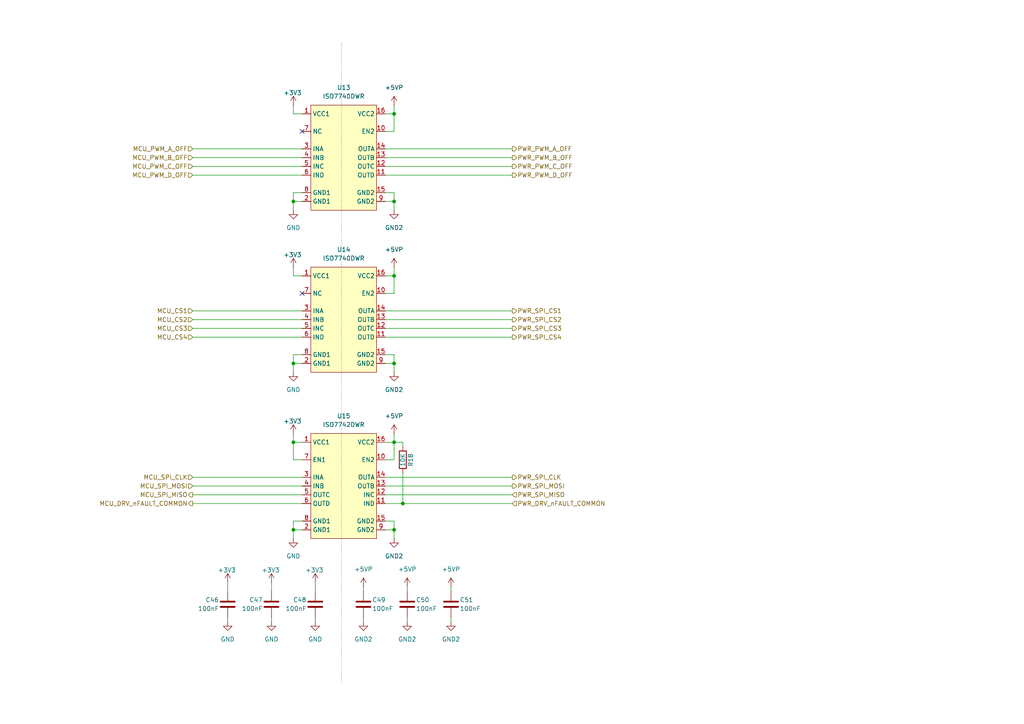
<source format=kicad_sch>
(kicad_sch (version 20250114) (generator "eeschema") (generator_version "9.0")
  (paper "A4")
  (lib_symbols
    (symbol "Device:C" (pin_numbers (hide yes)) (pin_names (offset 0.254))
      (property "Reference" "C" (at 0.635 2.54 0))
      (property "Value" "C" (at 0.635 -2.54 0))
      (symbol "C_0_1"
        (polyline (pts (xy -2.032 0.762) (xy 2.032 0.762)) (stroke (width 0.508)))
        (polyline (pts (xy -2.032 -0.762) (xy 2.032 -0.762)) (stroke (width 0.508)))
      )
      (symbol "C_1_1"
        (pin passive line (at 0 3.81 270) (length 2.794) (name "~") (number "1"))
        (pin passive line (at 0 -3.81 90) (length 2.794) (name "~") (number "2"))
      )
    )
    (symbol "Device:R" (pin_numbers (hide yes)) (pin_names (offset 0))
      (property "Reference" "R" (at 2.032 0 90))
      (property "Value" "R" (at 0 0 90))
      (symbol "R_0_1"
        (rectangle (start -1.016 -2.54) (end 1.016 2.54) (stroke (width 0.254)))
      )
      (symbol "R_1_1"
        (pin passive line (at 0 3.81 270) (length 1.27) (name "~") (number "1"))
        (pin passive line (at 0 -3.81 90) (length 1.27) (name "~") (number "2"))
      )
    )
    (symbol "parts:ISO7740"
      (property "Reference" "U" (at 1.016 1.27 0))
      (property "Value" "ISO7740DWR" (at 19.05 -44.45 0))
      (symbol "ISO7740_0_0"
        (pin unspecified line (at -2.54 -7.62 0) (length 2.54) (name "NC") (number "7"))
        (pin input line (at -2.54 -12.7 0) (length 2.54) (name "INA") (number "3"))
        (pin input line (at -2.54 -15.24 0) (length 2.54) (name "INB") (number "4"))
        (pin input line (at -2.54 -17.78 0) (length 2.54) (name "INC") (number "5"))
        (pin input line (at -2.54 -20.32 0) (length 2.54) (name "IND") (number "6"))
        (pin power_in line (at -2.54 -25.4 0) (length 2.54) (name "GND1") (number "8"))
        (pin power_in line (at -2.54 -27.94 0) (length 2.54) (name "GND1") (number "2"))
        (pin power_in line (at 21.59 -2.54 180) (length 2.54) (name "VCC2") (number "16"))
        (pin input line (at 21.59 -7.62 180) (length 2.54) (name "EN2") (number "10"))
        (pin output line (at 21.59 -12.7 180) (length 2.54) (name "OUTA") (number "14"))
        (pin output line (at 21.59 -15.24 180) (length 2.54) (name "OUTB") (number "13"))
        (pin output line (at 21.59 -17.78 180) (length 2.54) (name "OUTC") (number "12"))
        (pin output line (at 21.59 -20.32 180) (length 2.54) (name "OUTD") (number "11"))
        (pin power_in line (at 21.59 -25.4 180) (length 2.54) (name "GND2") (number "15"))
        (pin power_in line (at 21.59 -27.94 180) (length 2.54) (name "GND2") (number "9"))
      )
      (symbol "ISO7740_1_0"
        (pin power_in line (at -2.54 -2.54 0) (length 2.54) (name "VCC1") (number "1"))
      )
      (symbol "ISO7740_1_1"
        (rectangle (start 0 0) (end 19.05 -30.48) (fill (type background)))
      )
    )
    (symbol "parts:ISO7742"
      (property "Reference" "U" (at 1.016 1.27 0))
      (property "Value" "ISO7742DWR" (at 19.05 -44.45 0))
      (symbol "ISO7742_0_0"
        (pin input line (at -2.54 -12.7 0) (length 2.54) (name "INA") (number "3"))
        (pin input line (at -2.54 -15.24 0) (length 2.54) (name "INB") (number "4"))
        (pin power_in line (at -2.54 -25.4 0) (length 2.54) (name "GND1") (number "8"))
        (pin power_in line (at -2.54 -27.94 0) (length 2.54) (name "GND1") (number "2"))
        (pin power_in line (at 21.59 -2.54 180) (length 2.54) (name "VCC2") (number "16"))
        (pin input line (at 21.59 -7.62 180) (length 2.54) (name "EN2") (number "10"))
        (pin output line (at 21.59 -12.7 180) (length 2.54) (name "OUTA") (number "14"))
        (pin output line (at 21.59 -15.24 180) (length 2.54) (name "OUTB") (number "13"))
        (pin power_in line (at 21.59 -25.4 180) (length 2.54) (name "GND2") (number "15"))
        (pin power_in line (at 21.59 -27.94 180) (length 2.54) (name "GND2") (number "9"))
      )
      (symbol "ISO7742_1_0"
        (pin power_in line (at -2.54 -2.54 0) (length 2.54) (name "VCC1") (number "1"))
        (pin input line (at -2.54 -7.62 0) (length 2.54) (name "EN1") (number "7"))
        (pin output line (at -2.54 -17.78 0) (length 2.54) (name "OUTC") (number "5"))
        (pin output line (at -2.54 -20.32 0) (length 2.54) (name "OUTD") (number "6"))
        (pin input line (at 21.59 -17.78 180) (length 2.54) (name "INC") (number "12"))
        (pin input line (at 21.59 -20.32 180) (length 2.54) (name "IND") (number "11"))
      )
      (symbol "ISO7742_1_1"
        (rectangle (start 0 0) (end 19.05 -30.48) (fill (type background)))
      )
    )
    (symbol "power:+3.3V" (power) (pin_numbers (hide yes)) (pin_names (offset 0) (hide yes))
      (property "Value" "+3.3V" (at 0 3.556 0))
      (symbol "+3.3V_0_1"
        (polyline (pts (xy -0.762 1.27) (xy 0 2.54)))
        (polyline (pts (xy 0 2.54) (xy 0.762 1.27)))
        (polyline (pts (xy 0 0) (xy 0 2.54)))
      )
      (symbol "+3.3V_1_1"
        (pin power_in line (at 0 0 90) (length 0) (name "~") (number "1"))
      )
    )
    (symbol "power:+5VP" (power) (pin_numbers (hide yes)) (pin_names (offset 0) (hide yes))
      (property "Value" "+5VP" (at 0 3.556 0))
      (symbol "+5VP_0_1"
        (polyline (pts (xy -0.762 1.27) (xy 0 2.54)))
        (polyline (pts (xy 0 2.54) (xy 0.762 1.27)))
        (polyline (pts (xy 0 0) (xy 0 2.54)))
      )
      (symbol "+5VP_1_1"
        (pin power_in line (at 0 0 90) (length 0) (name "~") (number "1"))
      )
    )
    (symbol "power:GND" (power) (pin_numbers (hide yes)) (pin_names (offset 0) (hide yes))
      (property "Value" "GND" (at 0 -3.81 0))
      (symbol "GND_0_1"
        (polyline (pts (xy 0 0) (xy 0 -1.27) (xy 1.27 -1.27) (xy 0 -2.54) (xy -1.27 -1.27) (xy 0 -1.27)))
      )
      (symbol "GND_1_1"
        (pin power_in line (at 0 0 270) (length 0) (name "~") (number "1"))
      )
    )
    (symbol "power:GND2" (power) (pin_numbers (hide yes)) (pin_names (offset 0) (hide yes))
      (property "Value" "GND2" (at 0 -3.81 0))
      (symbol "GND2_0_1"
        (polyline (pts (xy 0 0) (xy 0 -1.27) (xy 1.27 -1.27) (xy 0 -2.54) (xy -1.27 -1.27) (xy 0 -1.27)))
      )
      (symbol "GND2_1_1"
        (pin power_in line (at 0 0 270) (length 0) (name "~") (number "1"))
      )
    )
  )
  (junction (at 85.09 153.67))
  (junction (at 114.3 80.01))
  (junction (at 114.3 105.41))
  (junction (at 114.3 33.02))
  (junction (at 85.09 128.27))
  (junction (at 114.3 58.42))
  (junction (at 85.09 58.42))
  (junction (at 85.09 105.41))
  (junction (at 114.3 153.67))
  (junction (at 116.84 146.05))
  (junction (at 114.3 128.27))
  (no_connect (at 87.63 85.09))
  (no_connect (at 87.63 38.1))
  (wire (pts (xy 111.76 105.41) (xy 114.3 105.41)))
  (wire (pts (xy 111.76 128.27) (xy 114.3 128.27)))
  (wire (pts (xy 114.3 151.13) (xy 114.3 153.67)))
  (wire (pts (xy 114.3 128.27) (xy 114.3 133.35)))
  (wire (pts (xy 55.88 95.25) (xy 87.63 95.25)))
  (wire (pts (xy 148.59 50.8) (xy 111.76 50.8)))
  (wire (pts (xy 87.63 102.87) (xy 85.09 102.87)))
  (wire (pts (xy 148.59 43.18) (xy 111.76 43.18)))
  (wire (pts (xy 148.59 95.25) (xy 111.76 95.25)))
  (wire (pts (xy 55.88 45.72) (xy 87.63 45.72)))
  (wire (pts (xy 148.59 45.72) (xy 111.76 45.72)))
  (wire (pts (xy 130.81 170.18) (xy 130.81 171.45)))
  (wire (pts (xy 148.59 97.79) (xy 111.76 97.79)))
  (wire (pts (xy 87.63 80.01) (xy 85.09 80.01)))
  (wire (pts (xy 148.59 48.26) (xy 111.76 48.26)))
  (wire (pts (xy 111.76 151.13) (xy 114.3 151.13)))
  (wire (pts (xy 118.11 170.18) (xy 118.11 171.45)))
  (wire (pts (xy 66.04 180.34) (xy 66.04 179.07)))
  (wire (pts (xy 85.09 105.41) (xy 85.09 107.95)))
  (wire (pts (xy 87.63 33.02) (xy 85.09 33.02)))
  (wire (pts (xy 105.41 180.34) (xy 105.41 179.07)))
  (wire (pts (xy 114.3 105.41) (xy 114.3 107.95)))
  (wire (pts (xy 55.88 140.97) (xy 87.63 140.97)))
  (wire (pts (xy 148.59 140.97) (xy 111.76 140.97)))
  (wire (pts (xy 85.09 58.42) (xy 85.09 60.96)))
  (wire (pts (xy 111.76 85.09) (xy 114.3 85.09)))
  (wire (pts (xy 85.09 128.27) (xy 85.09 125.73)))
  (wire (pts (xy 114.3 55.88) (xy 114.3 58.42)))
  (wire (pts (xy 114.3 33.02) (xy 114.3 38.1)))
  (wire (pts (xy 55.88 48.26) (xy 87.63 48.26)))
  (wire (pts (xy 85.09 153.67) (xy 85.09 156.21)))
  (wire (pts (xy 91.44 180.34) (xy 91.44 179.07)))
  (wire (pts (xy 91.44 168.91) (xy 91.44 171.45)))
  (wire (pts (xy 116.84 137.16) (xy 116.84 146.05)))
  (wire (pts (xy 85.09 80.01) (xy 85.09 77.47)))
  (wire (pts (xy 114.3 102.87) (xy 114.3 105.41)))
  (wire (pts (xy 116.84 129.54) (xy 116.84 128.27)))
  (wire (pts (xy 55.88 138.43) (xy 87.63 138.43)))
  (wire (pts (xy 148.59 143.51) (xy 111.76 143.51)))
  (wire (pts (xy 111.76 102.87) (xy 114.3 102.87)))
  (polyline (pts (xy 99.06 12.7) (xy 99.06 198.12)) (stroke (width 0) (type dot)))
  (wire (pts (xy 114.3 153.67) (xy 114.3 156.21)))
  (wire (pts (xy 87.63 133.35) (xy 85.09 133.35)))
  (wire (pts (xy 87.63 55.88) (xy 85.09 55.88)))
  (wire (pts (xy 114.3 80.01) (xy 114.3 77.47)))
  (wire (pts (xy 87.63 153.67) (xy 85.09 153.67)))
  (wire (pts (xy 87.63 105.41) (xy 85.09 105.41)))
  (wire (pts (xy 116.84 128.27) (xy 114.3 128.27)))
  (wire (pts (xy 114.3 128.27) (xy 114.3 125.73)))
  (wire (pts (xy 105.41 170.18) (xy 105.41 171.45)))
  (wire (pts (xy 111.76 55.88) (xy 114.3 55.88)))
  (wire (pts (xy 114.3 58.42) (xy 114.3 60.96)))
  (wire (pts (xy 78.74 168.91) (xy 78.74 171.45)))
  (wire (pts (xy 148.59 90.17) (xy 111.76 90.17)))
  (wire (pts (xy 85.09 55.88) (xy 85.09 58.42)))
  (wire (pts (xy 85.09 102.87) (xy 85.09 105.41)))
  (wire (pts (xy 85.09 151.13) (xy 85.09 153.67)))
  (wire (pts (xy 87.63 128.27) (xy 85.09 128.27)))
  (wire (pts (xy 111.76 58.42) (xy 114.3 58.42)))
  (wire (pts (xy 87.63 151.13) (xy 85.09 151.13)))
  (wire (pts (xy 114.3 80.01) (xy 114.3 85.09)))
  (wire (pts (xy 111.76 38.1) (xy 114.3 38.1)))
  (wire (pts (xy 85.09 133.35) (xy 85.09 128.27)))
  (wire (pts (xy 87.63 58.42) (xy 85.09 58.42)))
  (wire (pts (xy 111.76 153.67) (xy 114.3 153.67)))
  (wire (pts (xy 85.09 33.02) (xy 85.09 30.48)))
  (wire (pts (xy 55.88 90.17) (xy 87.63 90.17)))
  (wire (pts (xy 148.59 92.71) (xy 111.76 92.71)))
  (wire (pts (xy 111.76 33.02) (xy 114.3 33.02)))
  (wire (pts (xy 111.76 80.01) (xy 114.3 80.01)))
  (wire (pts (xy 116.84 146.05) (xy 111.76 146.05)))
  (wire (pts (xy 130.81 180.34) (xy 130.81 179.07)))
  (wire (pts (xy 78.74 180.34) (xy 78.74 179.07)))
  (wire (pts (xy 55.88 50.8) (xy 87.63 50.8)))
  (wire (pts (xy 55.88 146.05) (xy 87.63 146.05)))
  (wire (pts (xy 111.76 133.35) (xy 114.3 133.35)))
  (wire (pts (xy 55.88 92.71) (xy 87.63 92.71)))
  (wire (pts (xy 66.04 168.91) (xy 66.04 171.45)))
  (wire (pts (xy 114.3 33.02) (xy 114.3 30.48)))
  (wire (pts (xy 148.59 146.05) (xy 116.84 146.05)))
  (wire (pts (xy 118.11 180.34) (xy 118.11 179.07)))
  (wire (pts (xy 55.88 143.51) (xy 87.63 143.51)))
  (wire (pts (xy 148.59 138.43) (xy 111.76 138.43)))
  (wire (pts (xy 55.88 97.79) (xy 87.63 97.79)))
  (wire (pts (xy 55.88 43.18) (xy 87.63 43.18)))
  (hierarchical_label "MCU_CS4" (shape input) (at 55.88 97.79 180))
  (hierarchical_label "MCU_PWM_D_OFF" (shape input) (at 55.88 50.8 180))
  (hierarchical_label "MCU_CS3" (shape input) (at 55.88 95.25 180))
  (hierarchical_label "PWR_SPI_CS1" (shape output) (at 148.59 90.17 0))
  (hierarchical_label "PWR_SPI_CS3" (shape output) (at 148.59 95.25 0))
  (hierarchical_label "PWR_DRV_nFAULT_COMMON" (shape input) (at 148.59 146.05 0))
  (hierarchical_label "MCU_PWM_A_OFF" (shape input) (at 55.88 43.18 180))
  (hierarchical_label "PWR_SPI_MISO" (shape input) (at 148.59 143.51 0))
  (hierarchical_label "MCU_DRV_nFAULT_COMMON" (shape output) (at 55.88 146.05 180))
  (hierarchical_label "PWR_PWM_A_OFF" (shape output) (at 148.59 43.18 0))
  (hierarchical_label "PWR_SPI_CS4" (shape output) (at 148.59 97.79 0))
  (hierarchical_label "PWR_SPI_CLK" (shape output) (at 148.59 138.43 0))
  (hierarchical_label "MCU_PWM_B_OFF" (shape input) (at 55.88 45.72 180))
  (hierarchical_label "PWR_SPI_CS2" (shape output) (at 148.59 92.71 0))
  (hierarchical_label "MCU_PWM_C_OFF" (shape input) (at 55.88 48.26 180))
  (hierarchical_label "PWR_PWM_D_OFF" (shape output) (at 148.59 50.8 0))
  (hierarchical_label "MCU_SPI_CLK" (shape input) (at 55.88 138.43 180))
  (hierarchical_label "PWR_SPI_MOSI" (shape output) (at 148.59 140.97 0))
  (hierarchical_label "MCU_SPI_MISO" (shape output) (at 55.88 143.51 180))
  (hierarchical_label "PWR_PWM_B_OFF" (shape output) (at 148.59 45.72 0))
  (hierarchical_label "MCU_CS2" (shape input) (at 55.88 92.71 180))
  (hierarchical_label "MCU_CS1" (shape input) (at 55.88 90.17 180))
  (hierarchical_label "MCU_SPI_MOSI" (shape input) (at 55.88 140.97 180))
  (hierarchical_label "PWR_PWM_C_OFF" (shape output) (at 148.59 48.26 0))
  (symbol (lib_id "parts:ISO7740") (at 90.17 30.48 0) (unit 1)
    (property "Reference" "U13" (at 99.695 25.4 0))
    (property "Value" "ISO7740DWR" (at 99.695 27.94 0))
    (property "Footprint" "Package_SO:SOIC-16W_7.5x10.3mm_P1.27mm" (effects (hide yes)))
    (property "Datasheet" "https://www.ti.com/lit/ds/symlink/iso7742.pdf" (effects (hide yes)))
    (property "Description" "ISO774x High-Speed, Robust-EMC Reinforced and Basic Quad-Channel Digital Isolators" (effects (hide yes)))
    (property "LCSC Part" "C529547" (effects (hide yes)))
  )
  (symbol (lib_id "power:+5VP") (at 105.41 170.18 0) (unit 1)
    (property "Reference" "#PWR0101" (effects (hide yes)))
    (property "Value" "+5VP" (at 105.41 165.1 0))
    (property "Description" "Power symbol creates a global label with name \"+5VP\"" (effects (hide yes)))
  )
  (symbol (lib_id "Device:C") (at 91.44 175.26 0) (mirror y) (unit 1)
    (property "Reference" "C48" (at 88.9 173.99 0) (effects (justify left)))
    (property "Value" "100nF" (at 88.9 176.53 0) (effects (justify left)))
    (property "Footprint" "Capacitor_SMD:C_0402_1005Metric" (effects (hide yes)))
    (property "Description" "Unpolarized capacitor" (effects (hide yes)))
  )
  (symbol (lib_id "power:GND") (at 91.44 180.34 0) (unit 1)
    (property "Reference" "#PWR0100" (effects (hide yes)))
    (property "Value" "GND" (at 91.44 185.42 0))
    (property "Description" "Power symbol creates a global label with name \"GND\" , ground" (effects (hide yes)))
  )
  (symbol (lib_id "power:GND") (at 66.04 180.34 0) (unit 1)
    (property "Reference" "#PWR090" (effects (hide yes)))
    (property "Value" "GND" (at 66.04 185.42 0))
    (property "Description" "Power symbol creates a global label with name \"GND\" , ground" (effects (hide yes)))
  )
  (symbol (lib_id "power:GND") (at 78.74 180.34 0) (unit 1)
    (property "Reference" "#PWR092" (effects (hide yes)))
    (property "Value" "GND" (at 78.74 185.42 0))
    (property "Description" "Power symbol creates a global label with name \"GND\" , ground" (effects (hide yes)))
  )
  (symbol (lib_id "Device:C") (at 105.41 175.26 0) (unit 1)
    (property "Reference" "C49" (at 107.95 173.99 0) (effects (justify left)))
    (property "Value" "100nF" (at 107.95 176.53 0) (effects (justify left)))
    (property "Footprint" "Capacitor_SMD:C_0402_1005Metric" (effects (hide yes)))
    (property "Description" "Unpolarized capacitor" (effects (hide yes)))
  )
  (symbol (lib_id "power:+5VP") (at 130.81 170.18 0) (unit 1)
    (property "Reference" "#PWR0109" (effects (hide yes)))
    (property "Value" "+5VP" (at 130.81 165.1 0))
    (property "Description" "Power symbol creates a global label with name \"+5VP\"" (effects (hide yes)))
  )
  (symbol (lib_id "power:+3.3V") (at 85.09 125.73 0) (unit 1)
    (property "Reference" "#PWR095" (effects (hide yes)))
    (property "Value" "+3V3" (at 84.836 122.174 0))
  )
  (symbol (lib_id "power:+3.3V") (at 78.74 168.91 0) (unit 1)
    (property "Reference" "#PWR091" (effects (hide yes)))
    (property "Value" "+3V3" (at 78.486 165.354 0))
  )
  (symbol (lib_id "power:+3.3V") (at 85.09 30.48 0) (unit 1)
    (property "Reference" "#PWR0169" (effects (hide yes)))
    (property "Value" "+3V3" (at 84.836 26.924 0))
  )
  (symbol (lib_id "power:GND") (at 85.09 156.21 0) (unit 1)
    (property "Reference" "#PWR098" (effects (hide yes)))
    (property "Value" "GND" (at 85.09 161.29 0))
    (property "Description" "Power symbol creates a global label with name \"GND\" , ground" (effects (hide yes)))
  )
  (symbol (lib_id "power:+3.3V") (at 85.09 77.47 0) (unit 1)
    (property "Reference" "#PWR093" (effects (hide yes)))
    (property "Value" "+3V3" (at 84.836 73.914 0))
  )
  (symbol (lib_id "power:GND2") (at 105.41 180.34 0) (unit 1)
    (property "Reference" "#PWR0102" (effects (hide yes)))
    (property "Value" "GND2" (at 105.41 185.42 0))
    (property "Description" "Power symbol creates a global label with name \"GND2\" , ground" (effects (hide yes)))
  )
  (symbol (lib_id "Device:C") (at 78.74 175.26 0) (mirror y) (unit 1)
    (property "Reference" "C47" (at 76.2 173.99 0) (effects (justify left)))
    (property "Value" "100nF" (at 76.2 176.53 0) (effects (justify left)))
    (property "Footprint" "Capacitor_SMD:C_0402_1005Metric" (effects (hide yes)))
    (property "Description" "Unpolarized capacitor" (effects (hide yes)))
  )
  (symbol (lib_id "power:GND") (at 85.09 107.95 0) (unit 1)
    (property "Reference" "#PWR096" (effects (hide yes)))
    (property "Value" "GND" (at 85.09 113.03 0))
    (property "Description" "Power symbol creates a global label with name \"GND\" , ground" (effects (hide yes)))
  )
  (symbol (lib_id "parts:ISO7742") (at 90.17 125.73 0) (unit 1)
    (property "Reference" "U15" (at 99.695 120.65 0))
    (property "Value" "ISO7742DWR" (at 99.695 123.19 0))
    (property "Footprint" "Package_SO:SOIC-16W_7.5x10.3mm_P1.27mm" (effects (hide yes)))
    (property "Datasheet" "https://www.ti.com/lit/ds/symlink/iso7742.pdf" (effects (hide yes)))
    (property "Description" "ISO774x High-Speed, Robust-EMC Reinforced and Basic Quad-Channel Digital Isolators" (effects (hide yes)))
    (property "LCSC Part" "C529288" (effects (hide yes)))
  )
  (symbol (lib_id "power:GND2") (at 118.11 180.34 0) (unit 1)
    (property "Reference" "#PWR0110" (effects (hide yes)))
    (property "Value" "GND2" (at 118.11 185.42 0))
    (property "Description" "Power symbol creates a global label with name \"GND2\" , ground" (effects (hide yes)))
  )
  (symbol (lib_id "power:+5VP") (at 118.11 170.18 0) (unit 1)
    (property "Reference" "#PWR0107" (effects (hide yes)))
    (property "Value" "+5VP" (at 118.11 165.1 0))
    (property "Description" "Power symbol creates a global label with name \"+5VP\"" (effects (hide yes)))
  )
  (symbol (lib_id "power:GND2") (at 130.81 180.34 0) (unit 1)
    (property "Reference" "#PWR0112" (effects (hide yes)))
    (property "Value" "GND2" (at 130.81 185.42 0))
    (property "Description" "Power symbol creates a global label with name \"GND2\" , ground" (effects (hide yes)))
  )
  (symbol (lib_id "power:GND2") (at 114.3 107.95 0) (unit 1)
    (property "Reference" "#PWR0106" (effects (hide yes)))
    (property "Value" "GND2" (at 114.3 113.03 0))
    (property "Description" "Power symbol creates a global label with name \"GND2\" , ground" (effects (hide yes)))
  )
  (symbol (lib_id "power:GND") (at 85.09 60.96 0) (unit 1)
    (property "Reference" "#PWR094" (effects (hide yes)))
    (property "Value" "GND" (at 85.09 66.04 0))
    (property "Description" "Power symbol creates a global label with name \"GND\" , ground" (effects (hide yes)))
  )
  (symbol (lib_id "Device:C") (at 130.81 175.26 0) (unit 1)
    (property "Reference" "C51" (at 133.35 173.99 0) (effects (justify left)))
    (property "Value" "100nF" (at 133.35 176.53 0) (effects (justify left)))
    (property "Footprint" "Capacitor_SMD:C_0402_1005Metric" (effects (hide yes)))
    (property "Description" "Unpolarized capacitor" (effects (hide yes)))
  )
  (symbol (lib_id "Device:R") (at 116.84 133.35 0) (unit 1)
    (property "Reference" "R18" (at 119.126 135.382 90) (effects (justify left)))
    (property "Value" "10K" (at 116.84 135.382 90) (effects (justify left)))
    (property "Footprint" "Resistor_SMD:R_0402_1005Metric" (effects (hide yes)))
    (property "Description" "Resistor" (effects (hide yes)))
  )
  (symbol (lib_id "power:+3.3V") (at 91.44 168.91 0) (unit 1)
    (property "Reference" "#PWR097" (effects (hide yes)))
    (property "Value" "+3V3" (at 91.186 165.354 0))
  )
  (symbol (lib_id "parts:ISO7740") (at 90.17 77.47 0) (unit 1)
    (property "Reference" "U14" (at 99.695 72.39 0))
    (property "Value" "ISO7740DWR" (at 99.695 74.93 0))
    (property "Footprint" "Package_SO:SOIC-16W_7.5x10.3mm_P1.27mm" (effects (hide yes)))
    (property "Datasheet" "https://www.ti.com/lit/ds/symlink/iso7742.pdf" (effects (hide yes)))
    (property "Description" "ISO774x High-Speed, Robust-EMC Reinforced and Basic Quad-Channel Digital Isolators" (effects (hide yes)))
    (property "LCSC Part" "C529547" (effects (hide yes)))
  )
  (symbol (lib_id "power:+5VP") (at 114.3 125.73 0) (unit 1)
    (property "Reference" "#PWR0105" (effects (hide yes)))
    (property "Value" "+5VP" (at 114.3 120.65 0))
    (property "Description" "Power symbol creates a global label with name \"+5VP\"" (effects (hide yes)))
  )
  (symbol (lib_id "power:+3.3V") (at 66.04 168.91 0) (unit 1)
    (property "Reference" "#PWR089" (effects (hide yes)))
    (property "Value" "+3V3" (at 65.786 165.354 0))
  )
  (symbol (lib_id "Device:C") (at 66.04 175.26 0) (mirror y) (unit 1)
    (property "Reference" "C46" (at 63.5 173.99 0) (effects (justify left)))
    (property "Value" "100nF" (at 63.5 176.53 0) (effects (justify left)))
    (property "Footprint" "Capacitor_SMD:C_0402_1005Metric" (effects (hide yes)))
    (property "Description" "Unpolarized capacitor" (effects (hide yes)))
  )
  (symbol (lib_id "power:GND2") (at 114.3 60.96 0) (unit 1)
    (property "Reference" "#PWR0104" (effects (hide yes)))
    (property "Value" "GND2" (at 114.3 66.04 0))
    (property "Description" "Power symbol creates a global label with name \"GND2\" , ground" (effects (hide yes)))
  )
  (symbol (lib_id "Device:C") (at 118.11 175.26 0) (unit 1)
    (property "Reference" "C50" (at 120.65 173.99 0) (effects (justify left)))
    (property "Value" "100nF" (at 120.65 176.53 0) (effects (justify left)))
    (property "Footprint" "Capacitor_SMD:C_0402_1005Metric" (effects (hide yes)))
    (property "Description" "Unpolarized capacitor" (effects (hide yes)))
  )
  (symbol (lib_id "power:+5VP") (at 114.3 30.48 0) (unit 1)
    (property "Reference" "#PWR079" (effects (hide yes)))
    (property "Value" "+5VP" (at 114.3 25.4 0))
    (property "Description" "Power symbol creates a global label with name \"+5VP\"" (effects (hide yes)))
  )
  (symbol (lib_id "power:GND2") (at 114.3 156.21 0) (unit 1)
    (property "Reference" "#PWR0108" (effects (hide yes)))
    (property "Value" "GND2" (at 114.3 161.29 0))
    (property "Description" "Power symbol creates a global label with name \"GND2\" , ground" (effects (hide yes)))
  )
  (symbol (lib_id "power:+5VP") (at 114.3 77.47 0) (unit 1)
    (property "Reference" "#PWR0103" (effects (hide yes)))
    (property "Value" "+5VP" (at 114.3 72.39 0))
    (property "Description" "Power symbol creates a global label with name \"+5VP\"" (effects (hide yes)))
  )
)
</source>
